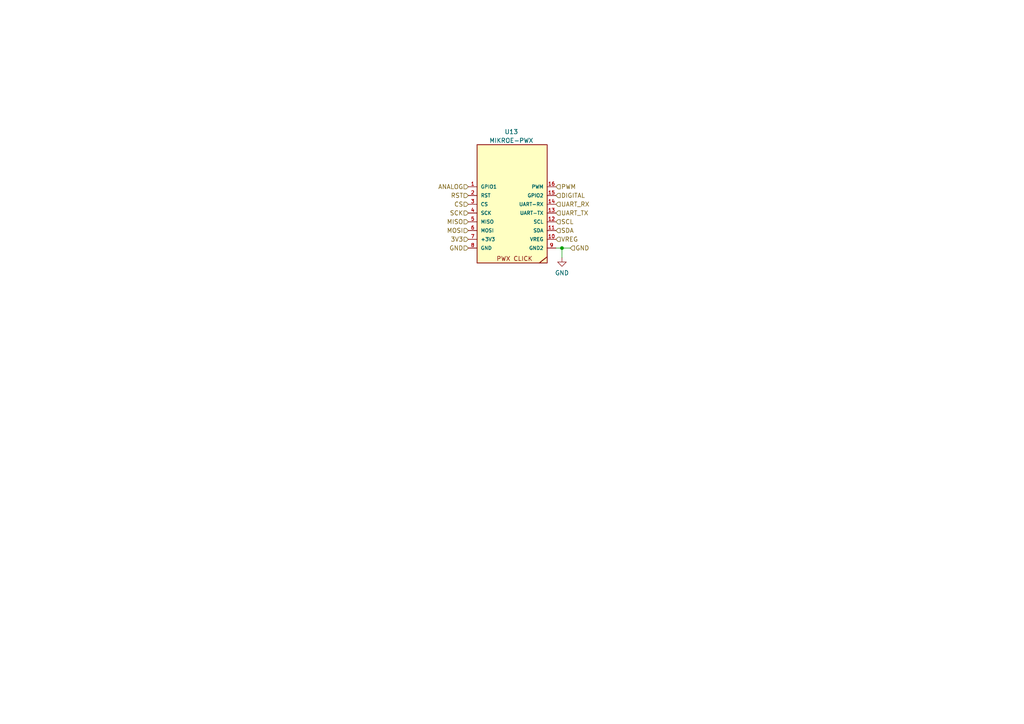
<source format=kicad_sch>
(kicad_sch (version 20230121) (generator eeschema)
  (paper "A4")
  (lib_symbols
    (symbol "MIKROE-1839:MIKROE-1839" (pin_names (offset 1.016))
      (property "Reference" "U13" (at -0.2286 26.1026 0))
      (property "Value" "MIKROE-PWX" (at -0.2286 23.5657 0))
      (symbol "MIKROE-1839_0_0"
        (rectangle (start -10.16 -11.938) (end 10.16 22.352) (stroke (width 0.254)) (fill (type background)))
        (polyline (pts (xy 7.874 -11.938) (xy 10.16 -10.16)) (stroke (width 0.254)))
        (text "PWX CLICK" (at -4.572 -11.43 0) (effects (font (size 1.27 1.27)) (justify left bottom)))
        (pin input line (at -12.7 10.16 0) (length 2.54) (name "GPIO1") (number "1"))
        (pin bidirectional line (at 12.7 -2.54 180) (length 2.54) (name "SDA") (number "11"))
        (pin input line (at 12.7 0 180) (length 2.54) (name "SCL") (number "12"))
        (pin input line (at 12.7 2.54 180) (length 2.54) (name "UART-TX") (number "13"))
        (pin input line (at 12.7 5.08 180) (length 2.54) (name "UART-RX") (number "14"))
        (pin output line (at 12.7 7.62 180) (length 2.54) (name "GPIO2") (number "15"))
        (pin input line (at 12.7 10.16 180) (length 2.54) (name "PWM") (number "16"))
        (pin input line (at -12.7 7.62 0) (length 2.54) (name "RST") (number "2"))
        (pin input line (at -12.7 5.08 0) (length 2.54) (name "CS") (number "3"))
        (pin input line (at -12.7 2.54 0) (length 2.54) (name "SCK") (number "4"))
        (pin input line (at -12.7 0 0) (length 2.54) (name "MISO") (number "5"))
        (pin input line (at -12.7 -2.54 0) (length 2.54) (name "MOSI") (number "6"))
        (pin power_in line (at -12.7 -5.08 0) (length 2.54) (name "+3V3") (number "7"))
        (pin power_in line (at -12.7 -7.62 0) (length 2.54) (name "GND") (number "8"))
        (pin power_in line (at 12.7 -7.62 180) (length 2.54) (name "GND2") (number "9"))
      )
      (symbol "MIKROE-1839_1_0"
        (pin input line (at 12.7 -5.08 180) (length 2.54) (name "VREG") (number "10"))
      )
    )
    (symbol "power:GND" (power) (pin_names (offset 0))
      (property "Value" "GND" (at 0 -3.81 0))
      (symbol "GND_0_1"
        (polyline (pts (xy 0 0) (xy 0 -1.27) (xy 1.27 -1.27) (xy 0 -2.54) (xy -1.27 -1.27) (xy 0 -1.27)))
      )
      (symbol "GND_1_1"
        (pin power_in line (at 0 0 270) (length 0) hide (name "GND") (number "1"))
      )
    )
  )
  (junction (at 162.9908 71.9486))
  (wire (pts (xy 162.9908 74.7179) (xy 162.9908 71.9486)))
  (wire (pts (xy 162.9908 71.9486) (xy 165.3965 71.9486)))
  (wire (pts (xy 161.2357 71.9486) (xy 162.9908 71.9486)))
  (hierarchical_label "3V3" (shape input) (at 135.8357 69.4086 180))
  (hierarchical_label "PWM" (shape input) (at 161.2357 54.1686 0))
  (hierarchical_label "DIGITAL" (shape input) (at 161.2357 56.7086 0))
  (hierarchical_label "SCK" (shape input) (at 135.8357 61.7886 180))
  (hierarchical_label "UART_RX" (shape input) (at 161.2357 59.2486 0))
  (hierarchical_label "SDA" (shape input) (at 161.2357 66.8686 0))
  (hierarchical_label "GND" (shape input) (at 165.3965 71.9486 0))
  (hierarchical_label "RST" (shape input) (at 135.8357 56.7086 180))
  (hierarchical_label "GND" (shape input) (at 135.8357 71.9486 180))
  (hierarchical_label "ANALOG" (shape input) (at 135.8357 54.1686 180))
  (hierarchical_label "SCL" (shape input) (at 161.2357 64.3286 0))
  (hierarchical_label "CS" (shape input) (at 135.8357 59.2486 180))
  (hierarchical_label "UART_TX" (shape input) (at 161.2357 61.7886 0))
  (hierarchical_label "MISO" (shape input) (at 135.8357 64.3286 180))
  (hierarchical_label "MOSI" (shape input) (at 135.8357 66.8686 180))
  (hierarchical_label "VREG" (shape input) (at 161.2357 69.4086 0))
  (symbol (lib_id "power:GND") (at 162.9908 74.7179 0) (unit 1)
    (property "Reference" "#PWR085" (effects hide))
    (property "Value" "GND" (at 162.9908 79.1613 0))
  )
  (symbol (lib_id "MIKROE-1839:MIKROE-1839") (at 148.5357 64.3286 0) (unit 1)
    (property "Reference" "U13" (at 148.3071 38.226 0))
    (property "Value" "MIKROE-PWX" (at 148.3071 40.7629 0))
    (property "Footprint" "Packetworx Footprints:PWX_CLICKBOARD" (effects hide))
    (property "Description" "\\nBQ32000 Real Time Clock (RTC) Clock Timing mikroBUS™ Click™ Platform Evaluation Expansion Board\\n" (effects hide))
    (property "Price" "None" (effects hide))
    (property "Availability" "In Stock" (effects hide))
    (property "Purchase-URL" "https://pricing.snapeda.com/search?q=MIKROE-1839&ref=eda" (effects hide))
  )
)
</source>
